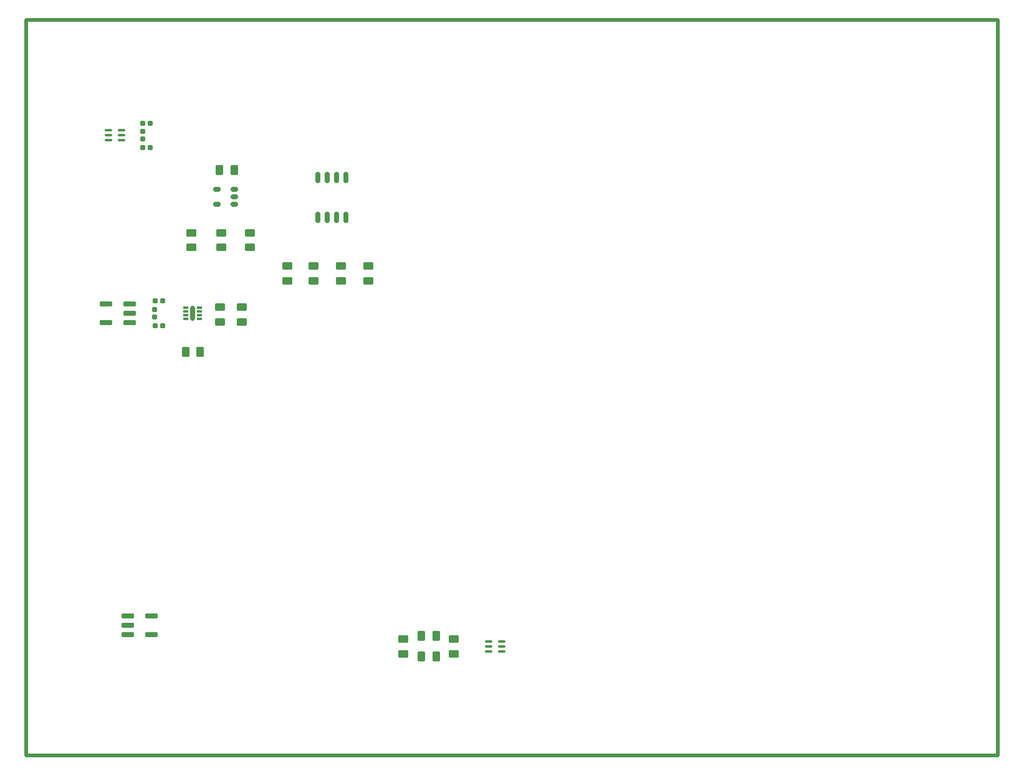
<source format=gtp>
G04*
G04 #@! TF.GenerationSoftware,Altium Limited,Altium Designer,19.0.10 (269)*
G04*
G04 Layer_Color=8421504*
%FSLAX44Y44*%
%MOMM*%
G71*
G01*
G75*
%ADD14C,0.5080*%
G04:AMPARAMS|DCode=16|XSize=0.6mm|YSize=1mm|CornerRadius=0.15mm|HoleSize=0mm|Usage=FLASHONLY|Rotation=270.000|XOffset=0mm|YOffset=0mm|HoleType=Round|Shape=RoundedRectangle|*
%AMROUNDEDRECTD16*
21,1,0.6000,0.7000,0,0,270.0*
21,1,0.3000,1.0000,0,0,270.0*
1,1,0.3000,-0.3500,-0.1500*
1,1,0.3000,-0.3500,0.1500*
1,1,0.3000,0.3500,0.1500*
1,1,0.3000,0.3500,-0.1500*
%
%ADD16ROUNDEDRECTD16*%
G04:AMPARAMS|DCode=17|XSize=1.1mm|YSize=1.35mm|CornerRadius=0.1375mm|HoleSize=0mm|Usage=FLASHONLY|Rotation=90.000|XOffset=0mm|YOffset=0mm|HoleType=Round|Shape=RoundedRectangle|*
%AMROUNDEDRECTD17*
21,1,1.1000,1.0750,0,0,90.0*
21,1,0.8250,1.3500,0,0,90.0*
1,1,0.2750,0.5375,0.4125*
1,1,0.2750,0.5375,-0.4125*
1,1,0.2750,-0.5375,-0.4125*
1,1,0.2750,-0.5375,0.4125*
%
%ADD17ROUNDEDRECTD17*%
G04:AMPARAMS|DCode=18|XSize=0.6mm|YSize=1.45mm|CornerRadius=0.15mm|HoleSize=0mm|Usage=FLASHONLY|Rotation=180.000|XOffset=0mm|YOffset=0mm|HoleType=Round|Shape=RoundedRectangle|*
%AMROUNDEDRECTD18*
21,1,0.6000,1.1500,0,0,180.0*
21,1,0.3000,1.4500,0,0,180.0*
1,1,0.3000,-0.1500,0.5750*
1,1,0.3000,0.1500,0.5750*
1,1,0.3000,0.1500,-0.5750*
1,1,0.3000,-0.1500,-0.5750*
%
%ADD18ROUNDEDRECTD18*%
G04:AMPARAMS|DCode=19|XSize=0.76mm|YSize=1.65mm|CornerRadius=0.19mm|HoleSize=0mm|Usage=FLASHONLY|Rotation=90.000|XOffset=0mm|YOffset=0mm|HoleType=Round|Shape=RoundedRectangle|*
%AMROUNDEDRECTD19*
21,1,0.7600,1.2700,0,0,90.0*
21,1,0.3800,1.6500,0,0,90.0*
1,1,0.3800,0.6350,0.1900*
1,1,0.3800,0.6350,-0.1900*
1,1,0.3800,-0.6350,-0.1900*
1,1,0.3800,-0.6350,0.1900*
%
%ADD19ROUNDEDRECTD19*%
G04:AMPARAMS|DCode=20|XSize=0.36mm|YSize=1mm|CornerRadius=0.09mm|HoleSize=0mm|Usage=FLASHONLY|Rotation=270.000|XOffset=0mm|YOffset=0mm|HoleType=Round|Shape=RoundedRectangle|*
%AMROUNDEDRECTD20*
21,1,0.3600,0.8200,0,0,270.0*
21,1,0.1800,1.0000,0,0,270.0*
1,1,0.1800,-0.4100,-0.0900*
1,1,0.1800,-0.4100,0.0900*
1,1,0.1800,0.4100,0.0900*
1,1,0.1800,0.4100,-0.0900*
%
%ADD20ROUNDEDRECTD20*%
G04:AMPARAMS|DCode=21|XSize=1.1mm|YSize=1.35mm|CornerRadius=0.1375mm|HoleSize=0mm|Usage=FLASHONLY|Rotation=0.000|XOffset=0mm|YOffset=0mm|HoleType=Round|Shape=RoundedRectangle|*
%AMROUNDEDRECTD21*
21,1,1.1000,1.0750,0,0,0.0*
21,1,0.8250,1.3500,0,0,0.0*
1,1,0.2750,0.4125,-0.5375*
1,1,0.2750,-0.4125,-0.5375*
1,1,0.2750,-0.4125,0.5375*
1,1,0.2750,0.4125,0.5375*
%
%ADD21ROUNDEDRECTD21*%
G04:AMPARAMS|DCode=22|XSize=0.6mm|YSize=0.6mm|CornerRadius=0.075mm|HoleSize=0mm|Usage=FLASHONLY|Rotation=90.000|XOffset=0mm|YOffset=0mm|HoleType=Round|Shape=RoundedRectangle|*
%AMROUNDEDRECTD22*
21,1,0.6000,0.4500,0,0,90.0*
21,1,0.4500,0.6000,0,0,90.0*
1,1,0.1500,0.2250,0.2250*
1,1,0.1500,0.2250,-0.2250*
1,1,0.1500,-0.2250,-0.2250*
1,1,0.1500,-0.2250,0.2250*
%
%ADD22ROUNDEDRECTD22*%
G04:AMPARAMS|DCode=23|XSize=0.6mm|YSize=0.6mm|CornerRadius=0.075mm|HoleSize=0mm|Usage=FLASHONLY|Rotation=180.000|XOffset=0mm|YOffset=0mm|HoleType=Round|Shape=RoundedRectangle|*
%AMROUNDEDRECTD23*
21,1,0.6000,0.4500,0,0,180.0*
21,1,0.4500,0.6000,0,0,180.0*
1,1,0.1500,-0.2250,0.2250*
1,1,0.1500,0.2250,0.2250*
1,1,0.1500,0.2250,-0.2250*
1,1,0.1500,-0.2250,-0.2250*
%
%ADD23ROUNDEDRECTD23*%
G04:AMPARAMS|DCode=24|XSize=2mm|YSize=0.6mm|CornerRadius=0.225mm|HoleSize=0mm|Usage=FLASHONLY|Rotation=270.000|XOffset=0mm|YOffset=0mm|HoleType=Round|Shape=RoundedRectangle|*
%AMROUNDEDRECTD24*
21,1,2.0000,0.1500,0,0,270.0*
21,1,1.5500,0.6000,0,0,270.0*
1,1,0.4500,-0.0750,-0.7750*
1,1,0.4500,-0.0750,0.7750*
1,1,0.4500,0.0750,0.7750*
1,1,0.4500,0.0750,-0.7750*
%
%ADD24ROUNDEDRECTD24*%
G04:AMPARAMS|DCode=25|XSize=0.75mm|YSize=0.3mm|CornerRadius=0.075mm|HoleSize=0mm|Usage=FLASHONLY|Rotation=180.000|XOffset=0mm|YOffset=0mm|HoleType=Round|Shape=RoundedRectangle|*
%AMROUNDEDRECTD25*
21,1,0.7500,0.1500,0,0,180.0*
21,1,0.6000,0.3000,0,0,180.0*
1,1,0.1500,-0.3000,0.0750*
1,1,0.1500,0.3000,0.0750*
1,1,0.1500,0.3000,-0.0750*
1,1,0.1500,-0.3000,-0.0750*
%
%ADD25ROUNDEDRECTD25*%
D14*
X0Y-1000000D02*
X1320000D01*
Y0D01*
X0D02*
X1320000D01*
X0Y-1000000D02*
Y0D01*
D16*
X259000Y-230500D02*
D03*
X283000D02*
D03*
Y-240500D02*
D03*
Y-250500D02*
D03*
X259000D02*
D03*
D17*
X303500Y-289000D02*
D03*
Y-309000D02*
D03*
X265000D02*
D03*
Y-289000D02*
D03*
X354650Y-334500D02*
D03*
Y-354500D02*
D03*
X465000D02*
D03*
Y-334500D02*
D03*
X427700D02*
D03*
Y-354500D02*
D03*
X263500Y-410500D02*
D03*
Y-390500D02*
D03*
X292500Y-410500D02*
D03*
Y-390500D02*
D03*
X224500Y-309000D02*
D03*
Y-289000D02*
D03*
X390000Y-354500D02*
D03*
Y-334500D02*
D03*
X580910Y-861366D02*
D03*
Y-841366D02*
D03*
X512330Y-861366D02*
D03*
Y-841366D02*
D03*
D18*
X434050Y-213750D02*
D03*
X421350D02*
D03*
X408650D02*
D03*
X395950D02*
D03*
X434050Y-268250D02*
D03*
X421350D02*
D03*
X408650D02*
D03*
X395950D02*
D03*
D19*
X108500Y-411200D02*
D03*
Y-385800D02*
D03*
X140500D02*
D03*
Y-411200D02*
D03*
Y-398500D02*
D03*
X138270Y-822956D02*
D03*
Y-810256D02*
D03*
Y-835656D02*
D03*
X170270D02*
D03*
Y-810256D02*
D03*
D20*
X129500Y-156500D02*
D03*
Y-163100D02*
D03*
Y-149900D02*
D03*
X111500D02*
D03*
Y-163100D02*
D03*
Y-156500D02*
D03*
X628000Y-851366D02*
D03*
Y-844766D02*
D03*
Y-857966D02*
D03*
X646000D02*
D03*
Y-844766D02*
D03*
Y-851366D02*
D03*
D21*
X282500Y-203500D02*
D03*
X262500D02*
D03*
X216500Y-451500D02*
D03*
X236500D02*
D03*
X536620Y-837396D02*
D03*
X556620D02*
D03*
X536620Y-865336D02*
D03*
X556620D02*
D03*
D22*
X158000Y-151504D02*
D03*
X158000Y-161499D02*
D03*
X174500Y-403500D02*
D03*
X174500Y-393505D02*
D03*
D23*
X167995Y-173500D02*
D03*
X158000Y-173500D02*
D03*
X167995Y-140000D02*
D03*
X158000Y-140000D02*
D03*
X185000Y-381500D02*
D03*
X175005Y-381500D02*
D03*
X184995Y-415500D02*
D03*
X175000Y-415500D02*
D03*
D24*
X225999Y-398501D02*
D03*
D25*
X216500Y-391000D02*
D03*
Y-396000D02*
D03*
Y-401000D02*
D03*
Y-406000D02*
D03*
X235500D02*
D03*
Y-401000D02*
D03*
Y-396000D02*
D03*
Y-391000D02*
D03*
M02*

</source>
